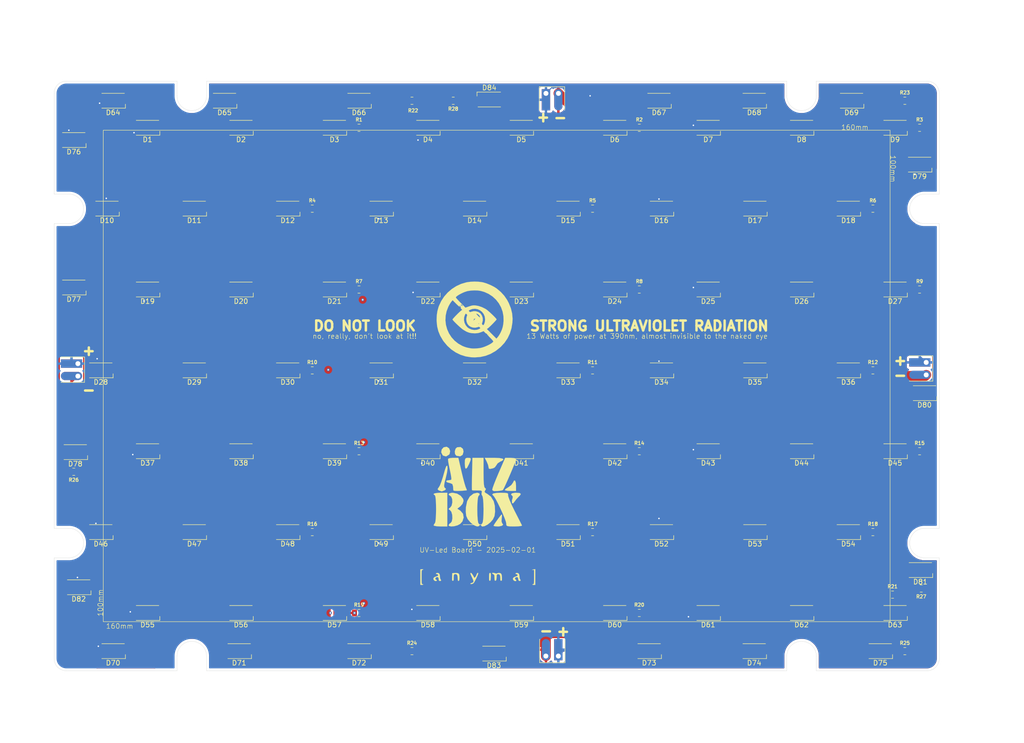
<source format=kicad_pcb>
(kicad_pcb (version 20240108) (generator "pcbnew") (generator_version "8.0")
  (layers (0 "F.Cu" signal) (31 "B.Cu" signal) (34 "B.Paste" user) (35 "F.Paste" user) (36 "B.SilkS" user "B.Silkscreen") (37 "F.SilkS" user "F.Silkscreen") (38 "B.Mask" user) (39 "F.Mask" user) (44 "Edge.Cuts" user))
  (net 0 "")
  (net 1 "+12V")
  (net 2 "Net-(D1-K)")
  (net 3 "Net-(D2-K)")
  (net 4 "Net-(D3-K)")
  (net 5 "Net-(D4-K)")
  (net 6 "Net-(D5-K)")
  (net 7 "Net-(D6-K)")
  (net 8 "Net-(D7-K)")
  (net 9 "Net-(D8-K)")
  (net 10 "Net-(D9-K)")
  (net 11 "Net-(D10-K)")
  (net 12 "Net-(D11-K)")
  (net 13 "Net-(D12-K)")
  (net 14 "Net-(D13-K)")
  (net 15 "Net-(D14-K)")
  (net 16 "Net-(D15-K)")
  (net 17 "Net-(D16-K)")
  (net 18 "Net-(D17-K)")
  (net 19 "Net-(D18-K)")
  (net 20 "Net-(D19-K)")
  (net 21 "Net-(D20-K)")
  (net 22 "Net-(D21-K)")
  (net 23 "Net-(D22-K)")
  (net 24 "Net-(D23-K)")
  (net 25 "Net-(D24-K)")
  (net 26 "Net-(D25-K)")
  (net 27 "Net-(D26-K)")
  (net 28 "Net-(D27-K)")
  (net 29 "Net-(D28-K)")
  (net 30 "Net-(D29-K)")
  (net 31 "Net-(D30-K)")
  (net 32 "Net-(D31-K)")
  (net 33 "Net-(D32-K)")
  (net 34 "Net-(D33-K)")
  (net 35 "Net-(D34-K)")
  (net 36 "Net-(D35-K)")
  (net 37 "Net-(D36-K)")
  (net 38 "Net-(D37-K)")
  (net 39 "Net-(D38-K)")
  (net 40 "Net-(D39-K)")
  (net 41 "Net-(D40-K)")
  (net 42 "Net-(D41-K)")
  (net 43 "Net-(D42-K)")
  (net 44 "Net-(D43-K)")
  (net 45 "Net-(D44-K)")
  (net 46 "Net-(D45-K)")
  (net 47 "Net-(D46-K)")
  (net 48 "Net-(D47-K)")
  (net 49 "Net-(D48-K)")
  (net 50 "Net-(D49-K)")
  (net 51 "Net-(D50-K)")
  (net 52 "Net-(D51-K)")
  (net 53 "Net-(D52-K)")
  (net 54 "Net-(D53-K)")
  (net 55 "Net-(D54-K)")
  (net 56 "Net-(D55-K)")
  (net 57 "Net-(D56-K)")
  (net 58 "Net-(D57-K)")
  (net 59 "Net-(D58-K)")
  (net 60 "Net-(D59-K)")
  (net 61 "Net-(D60-K)")
  (net 62 "Net-(D61-K)")
  (net 63 "Net-(D62-K)")
  (net 64 "Net-(D63-K)")
  (net 65 "Net-(D64-K)")
  (net 66 "Net-(D65-K)")
  (net 67 "Net-(D66-K)")
  (net 68 "Net-(D67-K)")
  (net 69 "Net-(D68-K)")
  (net 70 "Net-(D69-K)")
  (net 71 "Net-(D70-K)")
  (net 72 "Net-(D71-K)")
  (net 73 "Net-(D72-K)")
  (net 74 "GND")
  (net 75 "Net-(D73-K)")
  (net 76 "Net-(D74-K)")
  (net 77 "Net-(D75-K)")
  (net 78 "Net-(D76-K)")
  (net 79 "Net-(D77-K)")
  (net 80 "Net-(D78-K)")
  (net 81 "Net-(D79-K)")
  (net 82 "Net-(D80-K)")
  (net 83 "Net-(D81-K)")
  (net 84 "Net-(D82-K)")
  (net 85 "Net-(D83-K)")
  (net 86 "Net-(D84-K)")
  (footprint "Anyma06:LED_2835_UV-S2-2835UVTA-0.2W" (layer "F.Cu") (at 34 42 180)
    (property "Reference" "D76")
    (property "Value" "LED")
  )
  (footprint "Anyma06:LED_2835_UV-S2-2835UVTA-0.2W" (layer "F.Cu") (at 163 138.226896 180)
    (property "Reference" "D61")
    (property "Value" "LED")
  )
  (footprint "Resistor_SMD:R_0805_2012Metric" (layer "F.Cu") (at 92 105.317931)
    (property "Reference" "R13")
    (property "Value" "R")
  )
  (footprint "Anyma06:LED_2835_UV-S2-2835UVTA-0.2W" (layer "F.Cu") (at 77.5 55.954483 180)
    (property "Reference" "D12")
    (property "Value" "LED")
  )
  (footprint "Anyma06:ComboPinhead_02" (layer "F.Cu") (at 34.8425 87.495)
    (property "Reference" "J2" (hide yes))
    (property "Value" "Conn_01x02")
  )
  (footprint "Anyma06:LED_2835_UV-S2-2835UVTA-0.2W" (layer "F.Cu") (at 151 146 180)
    (property "Reference" "D73")
    (property "Value" "LED")
  )
  (footprint "Resistor_SMD:R_0805_2012Metric" (layer "F.Cu") (at 102.772122 34)
    (property "Reference" "R22")
    (property "Value" "R")
  )
  (footprint "Anyma06:LED_2835_UV-S2-2835UVTA-0.2W" (layer "F.Cu") (at 34 72 180)
    (property "Reference" "D77")
    (property "Value" "LED")
  )
  (footprint "Anyma06:LED_2835_UV-S2-2835UVTA-0.2W" (layer "F.Cu") (at 49 138.226896 180)
    (property "Reference" "D55")
    (property "Value" "LED")
  )
  (footprint "Anyma06:LED_2835_UV-S2-2835UVTA-0.2W" (layer "F.Cu") (at 182 72.408965 180)
    (property "Reference" "D26")
    (property "Value" "LED")
  )
  (footprint "Anyma06:LED_2835_UV-S2-2835UVTA-0.2W" (layer "F.Cu") (at 144 39.5 180)
    (property "Reference" "D6")
    (property "Value" "LED")
  )
  (footprint "Resistor_SMD:R_0805_2012Metric" (layer "F.Cu") (at 34 109.5 180)
    (property "Reference" "R26")
    (property "Value" "R")
  )
  (footprint "Anyma06:LED_2835_UV-S2-2835UVTA-0.2W" (layer "F.Cu") (at 153.5 88.863448 180)
    (property "Reference" "D34")
    (property "Value" "LED")
  )
  (footprint "Anyma06:LED_2835_UV-S2-2835UVTA-0.2W" (layer "F.Cu") (at 182 39.5 180)
    (property "Reference" "D8")
    (property "Value" "LED")
  )
  (footprint "Anyma06:LED_2835_UV-S2-2835UVTA-0.2W" (layer "F.Cu") (at 144 138.226896 180)
    (property "Reference" "D60")
    (property "Value" "LED")
  )
  (footprint "Anyma06:LED_2835_UV-S2-2835UVTA-0.2W" (layer "F.Cu") (at 87 39.5 180)
    (property "Reference" "D3")
    (property "Value" "LED")
  )
  (footprint "anyma_footprints:logo_anyma" (layer "F.Cu") (at 116.25 131)
    (property "Reference" "U3" (hide yes))
    (property "Value" "LOGO" (hide yes))
  )
  (footprint "Anyma06:LED_2835_UV-S2-2835UVTA-0.2W" (layer "F.Cu") (at 198 146 180)
    (property "Reference" "D75")
    (property "Value" "LED")
  )
  (footprint "Anyma06:LED_2835_UV-S2-2835UVTA-0.2W" (layer "F.Cu") (at 68 105.317931 180)
    (property "Reference" "D38")
    (property "Value" "LED")
  )
  (footprint "Anyma06:LED_2835_UV-S2-2835UVTA-0.2W" (layer "F.Cu") (at 92 146 180)
    (property "Reference" "D72")
    (property "Value" "LED")
  )
  (footprint "Resistor_SMD:R_0805_2012Metric" (layer "F.Cu") (at 139.5 55.954483)
    (property "Reference" "R5")
    (property "Value" "R")
  )
  (footprint "Anyma06:LED_2835_UV-S2-2835UVTA-0.2W" (layer "F.Cu") (at 39.5 88.863448 180)
    (property "Reference" "D28")
    (property "Value" "LED")
  )
  (footprint "Anyma06:LED_2835_UV-S2-2835UVTA-0.2W" (layer "F.Cu") (at 49 72.408965 180)
    (property "Reference" "D19")
    (property "Value" "LED")
  )
  (footprint "Anyma06:LED_2835_UV-S2-2835UVTA-0.2W" (layer "F.Cu") (at 118.5 33.75)
    (property "Reference" "D84")
    (property "Value" "LED")
  )
  (footprint "Resistor_SMD:R_0805_2012Metric" (layer "F.Cu") (at 206.3375 133.25 180)
    (property "Reference" "R27")
    (property "Value" "R")
  )
  (footprint "Resistor_SMD:R_0805_2012Metric" (layer "F.Cu") (at 82.5 88.863448)
    (property "Reference" "R10")
    (property "Value" "R")
  )
  (footprint "Anyma06:LED_2835_UV-S2-2835UVTA-0.2W" (layer "F.Cu") (at 125 39.5 180)
    (property "Reference" "D5")
    (property "Value" "LED")
  )
  (footprint "Anyma06:LED_2835_UV-S2-2835UVTA-0.2W" (layer "F.Cu") (at 125 138.226896 180)
    (property "Reference" "D59")
    (property "Value" "LED")
  )
  (footprint "Resistor_SMD:R_0805_2012Metric" (layer "F.Cu") (at 206 39.5)
    (property "Reference" "R3")
    (property "Value" "R")
  )
  (footprint "Anyma06:LED_2835_UV-S2-2835UVTA-0.2W" (layer "F.Cu") (at 153.5 121.772413 180)
    (property "Reference" "D52")
    (property "Value" "LED")
  )
  (footprint "Anyma06:LED_2835_UV-S2-2835UVTA-0.2W" (layer "F.Cu") (at 39.5 121.772413 180)
    (property "Reference" "D46")
    (property "Value" "LED")
  )
  (footprint "Anyma06:LED_2835_UV-S2-2835UVTA-0.2W" (layer "F.Cu") (at 49 105.317931 180)
    (property "Reference" "D37")
    (property "Value" "LED")
  )
  (footprint "Resistor_SMD:R_0805_2012Metric" (layer "F.Cu") (at 102.772122 146)
    (property "Reference" "R24")
    (property "Value" "R")
  )
  (footprint "Resistor_SMD:R_0805_2012Metric" (layer "F.Cu") (at 92 72.408965)
    (property "Reference" "R7")
    (property "Value" "R")
  )
  (footprint "Anyma06:LED_2835_UV-S2-2835UVTA-0.2W" (layer "F.Cu") (at 125 72.408965 180)
    (property "Reference" "D23")
    (property "Value" "LED")
  )
  (footprint "Anyma06:LED_2835_UV-S2-2835UVTA-0.2W" (layer "F.Cu") (at 87 105.317931 180)
    (property "Reference" "D39")
    (property "Value" "LED")
  )
  (footprint "Anyma06:ComboPinhead_02" (layer "F.Cu") (at 207.3425 87.245)
    (property "Reference" "J1" (hide yes))
    (property "Value" "Conn_01x02")
  )
  (footprint "Resistor_SMD:R_0805_2012Metric" (layer "F.Cu") (at 200.5 134.5)
    (property "Reference" "R21")
    (property "Value" "R")
  )
  (footprint "Anyma06:LED_2835_UV-S2-2835UVTA-0.2W" (layer "F.Cu") (at 191.5 121.772413 180)
    (property "Reference" "D54")
    (property "Value" "LED")
  )
  (footprint "Anyma06:LED_2835_UV-S2-2835UVTA-0.2W" (layer "F.Cu") (at 201 39.5 180)
    (property "Reference" "D9")
    (property "Value" "LED")
  )
  (footprint "Resistor_SMD:R_0805_2012Metric" (layer "F.Cu") (at 196.5 55.954483)
    (property "Reference" "R6")
    (property "Value" "R")
  )
  (footprint "Anyma06:LED_2835_UV-S2-2835UVTA-0.2W" (layer "F.Cu") (at 106 105.317931 180)
    (property "Reference" "D40")
    (property "Value" "LED")
  )
  (footprint "Resistor_SMD:R_0805_2012Metric" (layer "F.Cu") (at 92 39.5)
    (property "Reference" "R1")
    (property "Value" "R")
  )
  (footprint "Anyma06:LED_2835_UV-S2-2835UVTA-0.2W" (layer "F.Cu") (at 134.5 121.772413 180)
    (property "Reference" "D51")
    (property "Value" "LED")
  )
  (footprint "Resistor_SMD:R_0805_2012Metric" (layer "F.Cu") (at 139.5 88.863448)
    (property "Reference" "R11")
    (property "Value" "R")
  )
  (footprint "Anyma06:LED_2835_UV-S2-2835UVTA-0.2W" (layer "F.Cu") (at 144 72.408965 180)
    (property "Reference" "D24")
    (property "Value" "LED")
  )
  (footprint "Anyma06:LED_2835_UV-S2-2835UVTA-0.2W" (layer "F.Cu") (at 206.16 129.5 180)
    (property "Reference" "D81")
    (property "Value" "LED")
  )
  (footprint "Anyma06:LED_2835_UV-S2-2835UVTA-0.2W" (layer "F.Cu") (at 106 39.5 180)
    (property "Reference" "D4")
    (property "Value" "LED")
  )
  (footprint "Anyma06:LED_2835_UV-S2-2835UVTA-0.2W" (layer "F.Cu") (at 34.31 105.5 180)
    (property "Reference" "D78")
    (property "Value" "LED")
  )
  (footprint "Anyma06:LED_2835_UV-S2-2835UVTA-0.2W" (layer "F.Cu") (at 172.5 88.863448 180)
    (property "Reference" "D35")
    (property "Value" "LED")
  )
  (footprint "Anyma06:LED_2835_UV-S2-2835UVTA-0.2W" (layer "F.Cu") (at 163 105.317931 180)
    (property "Reference" "D43")
    (property "Value" "LED")
  )
  (footprint "Anyma06:LED_2835_UV-S2-2835UVTA-0.2W" (layer "F.Cu") (at 153.5 55.954483 180)
    (property "Reference" "D16")
    (property "Value" "LED")
  )
  (footprint "Anyma06:LED_2835_UV-S2-2835UVTA-0.2W" (layer "F.Cu") (at 96.5 121.772413 180)
    (property "Reference" "D49")
    (property "Value" "LED")
  )
  (footprint "Anyma06:LED_2835_UV-S2-2835UVTA-0.2W" (layer "F.Cu") (at 115.5 55.954483 180)
    (property "Reference" "D14")
    (property "Value" "LED")
  )
  (footprint "Anyma06:LED_2835_UV-S2-2835UVTA-0.2W" (layer "F.Cu") (at 172.366383 146 180)
    (property "Reference" "D74")
    (property "Value" "LED")
  )
  (footprint "Resistor_SMD:R_0805_2012Metric" (layer "F.Cu") (at 82.5 55.954483)
    (property "Reference" "R4")
    (property "Value" "R")
  )
  (footprint "Resistor_SMD:R_0805_2012Metric" (layer "F.Cu") (at 196.5 121.772413)
    (property "Reference" "R18")
    (property "Value" "R")
  )
  (footprint "Anyma06:LED_2835_UV-S2-2835UVTA-0.2W" (layer "F.Cu") (at 206 47 180)
    (property "Reference" "D79")
    (property "Value" "LED")
  )
  (footprint "Anyma06:LED_2835_UV-S2-2835UVTA-0.2W" (layer "F.Cu") (at 153 34 180)
    (property "Reference" "D67")
    (property "Value" "LED")
  )
  (footprint "Anyma06:LED_2835_UV-S2-2835UVTA-0.2W" (layer "F.Cu") (at 77.5 121.772413 180)
    (property "Reference" "D48")
    (property "Value" "LED")
  )
  (footprint "Anyma06:LED_2835_UV-S2-2835UVTA-0.2W" (layer "F.Cu") (at 40.75 55.954483 180)
    (property "Reference" "D10")
    (property "Value" "LED")
  )
  (footprint "Resistor_SMD:R_0805_2012Metric" (layer "F.Cu") (at 92 138.226896)
    (property "Reference" "R19")
    (property "Value" "R")
  )
  (footprint "Anyma06:LED_2835_UV-S2-2835UVTA-0.2W" (layer "F.Cu") (at 67.633617 146 180)
    (property "Reference" "D71")
    (property "Value" "LED")
  )
  (footprint "Anyma06:LED_2835_UV-S2-2835UVTA-0.2W" (layer "F.Cu") (at 35 133 180)
    (property "Reference" "D82")
    (property "Value" "LED")
  )
  (footprint "Resistor_SMD:R_0805_2012Metric" (layer "F.Cu") (at 149 138.226896)
    (property "Reference" "R20")
    (property "Value" "R")
  )
  (footprint "Anyma06:ComboPinhead_02" (layer "F.Cu") (at 132.54 147 -90)
    (property "Reference" "J4" (hide yes))
    (property "Value" "Conn_01x02")
  )
  (footprint "Resistor_SMD:R_0805_2012Metric" (layer "F.Cu") (at 203 34)
    (property "Reference" "R23")
    (property "Value" "R")
  )
  (footprint "Resistor_SMD:R_0805_2012Metric" (layer "F.Cu") (at 206 105.317931)
    (property "Reference" "R15")
    (property "Value" "R")
  )
  (footprint "Anyma06:LED_2835_UV-S2-2835UVTA-0.2W" (layer "F.Cu") (at 115.5 121.772413 180)
    (property "Reference" "D50")
    (property "Value" "LED")
  )
  (footprint "Anyma06:LED_2835_UV-S2-2835UVTA-0.2W" (layer "F.Cu") (at 96.5 88.863448 180)
    (property "Reference" "D31")
    (property "Value" "LED")
  )
  (footprint "Anyma06:LED_2835_UV-S2-2835UVTA-0.2W" (layer "F.Cu") (at 172.366383 34 180)
    (property "Reference" "D68")
    (property "Value" "LED")
  )
  (footprint "Resistor_SMD:R_0805_2012Metric" (layer "F.Cu") (at 206 72.408965)
    (property "Reference" "R9")
    (property "Value" "R")
  )
  (footprint "Resistor_SMD:R_0805_2012Metric" (layer "F.Cu") (at 149 72.408965)
    (property "Reference" "R8")
    (property "Value" "R")
  )
  (footprint "Resistor_SMD:R_0805_2012Metric" (layer "F.Cu") (at 203 146)
    (property "Reference" "R25")
    (property "Value" "R")
  )
  (footprint "Resistor_SMD:R_0805_2012Metric" (layer "F.Cu") (at 82.5 121.772413)
    (property "Reference" "R16")
    (property "Value" "R")
  )
  (footprint "Anyma06:LED_2835_UV-S2-2835UVTA-0.2W" (layer "F.Cu") (at 172.5 121.772413 180)
    (property "Reference" "D53")
    (property "Value" "LED")
  )
  (footprint "Anyma06:LED_2835_UV-S2-2835UVTA-0.2W" (layer "F.Cu") (at 92 34 180)
    (property "Reference" "D66")
    (property "Value" "LED")
  )
  (footprint "Anyma06:LED_2835_UV-S2-2835UVTA-0.2W" (layer "F.Cu") (at 106 138.226896 180)
    (property "Reference" "D58")
    (property "Value" "LED")
  )
  (footprint "Anyma06:LED_2835_UV-S2-2835UVTA-0.2W" (layer "F.Cu") (at 42 146 180)
    (property "Reference" "D70")
    (property "Value" "LED")
  )
  (footprint "Anyma06:LED_2835_UV-S2-2835UVTA-0.2W" (layer "F.Cu") (at 58.5 88.863448 180)
    (property "Reference" "D29")
    (property "Value" "LED")
  )
  (footprint "Anyma06:LED_2835_UV-S2-2835UVTA-0.2W" (layer "F.Cu") (at 191.5 55.954483 180)
    (property "Reference" "D18")
    (property "Value" "LED")
  )
  (footprint "Anyma06:ComboPinhead_02" (layer "F.Cu") (at 130.02 32.5 90)
    (property "Reference" "J3" (hide yes))
    (property "Value" "Conn_01x02")
  )
  (footprint "Anyma06:LED_2835_UV-S2-2835UVTA-0.2W" (layer "F.Cu") (at 191.5 88.863448 180)
    (property "Reference" "D36")
    (property "Value" "LED")
  )
  (footprint "Anyma06:LED_2835_UV-S2-2835UVTA-0.2W" (layer "F.Cu") (at 49 39.5 180)
    (property "Reference" "D1")
    (property "Value" "LED")
  )
  (footprint "Anyma06:LED_2835_UV-S2-2835UVTA-0.2W" (layer "F.Cu") (at 125 105.317931 180)
    (property "Reference" "D41")
    (property "Value" "LED")
  )
  (footprint "Anyma06:LED_2835_UV-S2-2835UVTA-0.2W" (layer "F.Cu") (at 163 72.408965 180)
    (property "Reference" "D25")
    (property "Value" "LED")
  )
  (footprint "Anyma06:LED_2835_UV-S2-2835UVTA-0.2W" (layer "F.Cu") (at 163 39.5 180)
    (property "Reference" "D7")
    (property "Value" "LED")
  )
  (footprint "anyma_footprints:logo_aetz_box" (layer "F.Cu") (at 116.056213 112.5)
    (property "Reference" "U1" (hide yes))
    (property "Value" "LOGO" (hide yes))
  )
  (footprint "Anyma06:LED_2835_UV-S2-2835UVTA-0.2W" (layer "F.Cu") (at 87 138.226896 180)
    (property "Reference" "D57")
    (property "Value" "LED")
  )
  (footprint "Anyma06:LED_2835_UV-S2-2835UVTA-0.2W" (layer "F.Cu") (at 144 105.317931 180)
    (property "Reference" "D42")
    (property "Value" "LED")
  )
  (footprint "Anyma06:LED_2835_UV-S2-2835UVTA-0.2W" (layer "F.Cu") (at 134.5 88.863448 180)
    (property "Reference" "D33")
    (property "Value" "LED")
  )
  (footprint "Anyma06:LED_2835_UV-S2-2835UVTA-0.2W" (layer "F.Cu") (at 68 72.408965 180)
    (property "Reference" "D20")
    (property "Value" "LED")
  )
  (footprint "anyma_footprints:logo_dontt_look" (layer "F.Cu") (at 115.5 78.5)
    (property "Reference" "U2" (hide yes))
    (property "Value" "LOGO" (hide yes))
  )
  (footprint "Resistor_SMD:R_0805_2012Metric" (layer "F.Cu") (at 149 105.317931)
    (property "Reference" "R14")
    (property "Value" "R")
  )
  (footprint "Anyma06:LED_2835_UV-S2-2835UVTA-0.2W" (layer "F.Cu") (at 192.16 34 180)
    (property "Reference" "D69")
    (property "Value" "LED")
  )
  (footprint "Anyma06:LED_2835_UV-S2-2835UVTA-0.2W" (layer "F.Cu") (at 182 105.317931 180)
    (property "Reference" "D44")
    (property "Value" "LED")
  )
  (footprint "Resistor_SMD:R_0805_2012Metric" (layer "F.Cu") (at 196.5 88.863448)
    (property "Reference" "R12")
    (property "Value" "R")
  )
  (footprint "Anyma06:LED_2835_UV-S2-2835UVTA-0.2W" (layer "F.Cu") (at 77.5 88.863448 180)
    (property "Reference" "D30")
    (property "Value" "LED")
  )
  (footprint "Anyma06:LED_2835_UV-S2-2835UVTA-0.2W" (layer "F.Cu") (at 58.5 55.954483 180)
    (property "Reference" "D11")
    (property "Value" "LED")
  )
  (footprint "Anyma06:LED_2835_UV-S2-2835UVTA-0.2W" (layer "F.Cu") (at 201 105.317931 180)
    (property "Reference" "D45")
    (property "Value" "LED")
  )
  (footprint "Anyma06:LED_2835_UV-S2-2835UVTA-0.2W" (layer "F.Cu") (at 207 93.5 180)
    (property "Reference" "D80")
    (property "Value" "LED")
  )
  (footprint "Anyma06:LED_2835_UV-S2-2835UVTA-0.2W" (layer "F.Cu") (at 115.5 88.863448 180)
    (property "Reference" "D32")
    (property "Value" "LED")
  )
  (footprint "Resistor_SMD:R_0805_2012Metric" (layer "F.Cu") (at 139.5 121.772413)
    (property "Reference" "R17")
    (property "Value" "R")
  )
  (footprint "Anyma06:LED_2835_UV-S2-2835UVTA-0.2W" (layer "F.Cu") (at 96.5 55.954483 180)
    (property "Reference" "D13")
    (property "Value" "LED")
  )
  (footprint "Anyma06:LED_2835_UV-S2-2835UVTA-0.2W" (layer "F.Cu") (at 87 72.408965 180)
    (property "Reference" "D21")
    (property "Value" "LED")
  )
  (footprint "Anyma06:LED_2835_UV-S2-2835UVTA-0.2W" (layer "F.Cu") (at 58.5 121.772413 180)
    (property "Reference" "D47")
    (property "Value" "LED")
  )
  (footprint "Anyma06:LED_2835_UV-S2-2835UVTA-0.2W" (layer "F.Cu") (at 68 138.226896 180)
    (property "Reference" "D56")
    (property "Value" "LED")
  )
  (footprint "Anyma06:LED_2835_UV-S2-2835UVTA-0.2W" (layer "F.Cu") (at 134.5 55.954483 180)
    (property "Reference" "D15")
    (property "Value" "LED")
  )
  (footprint "Anyma06:LED_2835_UV-S2-2835UVTA-0.2W" (layer "F.Cu") (at 182 138.226896 180)
    (property "Reference" "D62")
    (property "Value" "LED")
  )
  (footprint "Resistor_SMD:R_0805_2012Metric" (layer "F.Cu") (at 149 39.5)
    (property "Reference" "R2")
    (property "Value" "R")
  )
  (footprint "Anyma06:LED_2835_UV-S2-2835UVTA-0.2W" (layer "F.Cu") (at 201 138.226896 180)
    (property "Reference" "D63")
    (property "Value" "LED")
  )
  (footprint "Anyma06:LED_2835_UV-S2-2835UVTA-0.2W" (layer "F.Cu") (at 119.44 146.5 180)
    (property "Reference" "D83")
    (property "Value" "LED")
  )
  (footprint "Anyma06:LED_2835_UV-S2-2835UVTA-0.2W" (layer "F.Cu") (at 42 34 180)
    (property "Reference" "D64")
    (property "Value" "LED")
  )
  (footprint "Anyma06:LED_2835_UV-S2-2835UVTA-0.2W" (layer "F.Cu") (at 68 39.5 180)
    (property "Reference" "D2")
    (property "Value" "LED")
  )
  (footprint "Anyma06:LED_2835_UV-S2-2835UVTA-0.2W" (layer "F.Cu") (at 64.66 34 180)
    (property "Reference" "D65")
    (property "Value" "LED")
  )
  (footprint "Resistor_SMD:R_0805_2012Metric" (layer "F.Cu") (at 111.1625 34 180)
    (property "Reference" "R28")
    (property "Value" "R")
  )
  (footprint "Anyma06:LED_2835_UV-S2-2835UVTA-0.2W" (layer "F.Cu") (at 172.5 55.954483 180)
    (property "Reference" "D17")
    (property "Value" "LED")
  )
  (footprint "Anyma06:LED_2835_UV-S2-2835UVTA-0.2W" (layer "F.Cu") (at 201 72.408965 180)
    (property "Reference" "D27")
    (property "Value" "LED")
  )
  (footprint "Anyma06:LED_2835_UV-S2-2835UVTA-0.2W" (layer "F.Cu") (at 106 72.408965 180)
    (property "Reference" "D22")
    (property "Value" "LED")
  )
  (gr_rect (start 40 40) (end 200 140) (stroke (width 0.1)) (fill none) (layer "F.SilkS"))
  (gr_arc (start 32.5 150) (mid 30.732233 149.267767) (end 30 147.5) (stroke (width 0.05)) (layer "Edge.Cuts"))
  (gr_arc (start 207 127) (mid 204 124) (end 207 121) (stroke (width 0.05)) (layer "Edge.Cuts"))
  (gr_line (start 55 147) (end 55 150) (stroke (width 0.05)) (layer "Edge.Cuts"))
  (gr_line (start 210 32.5) (end 210 53) (stroke (width 0.05)) (layer "Edge.Cuts"))
  (gr_line (start 185 147) (end 185 150) (stroke (width 0.05)) (layer "Edge.Cuts"))
  (gr_arc (start 30 32.5) (mid 30.732233 30.732233) (end 32.5 30) (stroke (width 0.05)) (layer "Edge.Cuts"))
  (gr_arc (start 33 121) (mid 36 124) (end 33 127) (stroke (width 0.05)) (layer "Edge.Cuts"))
  (gr_line (start 207.5 150) (end 185 150) (stroke (width 0.05)) (layer "Edge.Cuts"))
  (gr_arc (start 207.5 30) (mid 209.267767 30.732233) (end 210 32.5) (stroke (width 0.05)) (layer "Edge.Cuts"))
  (gr_line (start 30 59) (end 33 59) (stroke (width 0.05)) (layer "Edge.Cuts"))
  (gr_line (start 179 150) (end 61 150) (stroke (width 0.05)) (layer "Edge.Cuts"))
  (gr_arc (start 210 147.5) (mid 209.267767 149.267767) (end 207.5 150) (stroke (width 0.05)) (layer "Edge.Cuts"))
  (gr_arc (start 207 59) (mid 204 56) (end 207 53) (stroke (width 0.05)) (layer "Edge.Cuts"))
  (gr_line (start 210 53) (end 207 53) (stroke (width 0.05)) (layer "Edge.Cuts"))
  (gr_line (start 185 30) (end 207.5 30) (stroke (width 0.05)) (layer "Edge.Cuts"))
  (gr_line (start 185 33) (end 185 30) (stroke (width 0.05)) (layer "Edge.Cuts"))
  (gr_line (start 61 150) (end 61 147) (stroke (width 0.05)) (layer "Edge.Cuts"))
  (gr_line (start 179 30) (end 179 33) (stroke (width 0.05)) (layer "Edge.Cuts"))
  (gr_line (start 30 127) (end 33 127) (stroke (width 0.05)) (layer "Edge.Cuts"))
  (gr_line (start 207 127) (end 210 127) (stroke (width 0.05)) (layer "Edge.Cuts"))
  (gr_line (start 30 147.5) (end 30 127) (stroke (width 0.05)) (layer "Edge.Cuts"))
  (gr_arc (start 179 147) (mid 182 144) (end 185 147) (stroke (width 0.05)) (layer "Edge.Cuts"))
  (gr_arc (start 33 53) (mid 36 56) (end 33 59) (stroke (width 0.05)) (layer "Edge.Cuts"))
  (gr_line (start 210 121) (end 207 121) (stroke (width 0.05)) (layer "Edge.Cuts"))
  (gr_line (start 207 59) (end 210 59) (stroke (width 0.05)) (layer "Edge.Cuts"))
  (gr_line (start 210 59) (end 210 121) (stroke (width 0.05)) (layer "Edge.Cuts"))
  (gr_line (start 210 127) (end 210 147.5) (stroke (width 0.05)) (layer "Edge.Cuts"))
  (gr_line (start 32.5 30) (end 55 30) (stroke (width 0.05)) (layer "Edge.Cuts"))
  (gr_arc (start 61 33) (mid 58 36) (end 55 33) (stroke (width 0.05)) (layer "Edge.Cuts"))
  (gr_line (start 55 150) (end 32.5 150) (stroke (width 0.05)) (layer "Edge.Cuts"))
  (gr_line (start 61 30) (end 61 33) (stroke (width 0.05)) (layer "Edge.Cuts"))
  (gr_arc (start 185 33) (mid 182 36) (end 179 33) (stroke (width 0.05)) (layer "Edge.Cuts"))
  (gr_line (start 33 121) (end 30 121) (stroke (width 0.05)) (layer "Edge.Cuts"))
  (gr_line (start 61 30) (end 179 30) (stroke (width 0.05)) (layer "Edge.Cuts"))
  (gr_line (start 33 53) (end 30 53) (stroke (width 0.05)) (layer "Edge.Cuts"))
  (gr_line (start 30 121) (end 30 59) (stroke (width 0.05)) (layer "Edge.Cuts"))
  (gr_line (start 55 33) (end 55 30) (stroke (width 0.05)) (layer "Edge.Cuts"))
  (gr_arc (start 55 147) (mid 58 144) (end 61 147) (stroke (width 0.05)) (layer "Edge.Cuts"))
  (gr_line (start 30 53) (end 30 32.5) (stroke (width 0.05)) (layer "Edge.Cuts"))
  (gr_line (start 179 150) (end 179 147) (stroke (width 0.05)) (layer "Edge.Cuts"))
  (gr_text "100mm" (at 40 139 90) (layer "F.SilkS") (effects (font (size 1 1) (thickness 0.1)) (justify left bottom)))
  (gr_text "-" (at 134.5 36.5 180) (layer "F.SilkS") (effects (font (size 2 2) (thickness 0.5) (bold yes)) (justify left bottom)))
  (gr_text "DO NOT LOOK" (at 82.5 81 0) (layer "F.SilkS") (effects (font (size 2 2) (thickness 0.5) (bold yes)) (justify left bottom)))
  (gr_text "160mm" (at 190 40 0) (layer "F.SilkS") (effects (font (size 1 1) (thickness 0.1)) (justify left bottom)))
  (gr_text "+" (at 35.5 86 0) (layer "F.SilkS") (effects (font (size 2 2) (thickness 0.5) (bold yes)) (justify left bottom)))
  (gr_text "+" (at 130.5 39 90) (layer "F.SilkS") (effects (font (size 2 2) (thickness 0.5) (bold yes)) (justify left bottom)))
  (gr_text "+" (at 132.5 140.5 -90) (layer "F.SilkS") (effects (font (size 2 2) (thickness 0.5) (bold yes)) (justify left bottom)))
  (gr_text "-" (at 200.5 91 0) (layer "F.SilkS") (effects (font (size 2 2) (thickness 0.5) (bold yes)) (justify left bottom)))
  (gr_text "-" (at 128.5 143 0) (layer "F.SilkS") (effects (font (size 2 2) (thickness 0.5) (bold yes)) (justify left bottom)))
  (gr_text "STRONG ULTRAVIOLET RADIATION" (at 126.5 81 0) (layer "F.SilkS") (effects (font (size 2 2) (thickness 0.5) (bold yes)) (justify left bottom)))
  (gr_text "+" (at 200.5 88 0) (layer "F.SilkS") (effects (font (size 2 2) (thickness 0.5) (bold yes)) (justify left bottom)))
  (gr_text "no, really, don't look at it!!" (at 82.5 82.5 0) (layer "F.SilkS") (effects (font (size 1 1) (thickness 0.1)) (justify left bottom)))
  (gr_text "-" (at 35.5 94 0) (layer "F.SilkS") (effects (font (size 2 2) (thickness 0.5) (bold yes)) (justify left bottom)))
  (gr_text "UV-Led Board - 2025-02-01" (at 104.25 126 0) (layer "F.SilkS") (effects (font (size 1 1) (thickness 0.1)) (justify left bottom)))
  (gr_text "160mm" (at 40.5 141.5 0) (layer "F.SilkS") (effects (font (size 1 1) (thickness 0.1)) (justify left bottom)))
  (gr_text "100mm" (at 200 45 -90) (layer "F.SilkS") (effects (font (size 1 1) (thickness 0.1)) (justify left bottom)))
  (gr_text "13 Watts of power at 390nm, almost invisible to the naked eye" (at 126 82.5 0) (layer "F.SilkS") (effects (font (size 1 1) (thickness 0.1)) (justify left bottom)))
  (segment (start 152.19 34) (end 140 34) (width 0.2) (layer "F.Cu") (net 1))
  (segment (start 38.69 87.31) (end 38.69 88.863448) (width 0.2) (layer "F.Cu") (net 1))
  (segment (start 153 54) (end 153 55.644483) (width 0.2) (layer "F.Cu") (net 1))
  (segment (start 95.69 123.69) (end 95.69 121.772413) (width 0.2) (layer "F.Cu") (net 1))
  (segment (start 95.69 57.69) (end 96 58) (width 0.2) (layer "F.Cu") (net 1))
  (segment (start 38.5 120) (end 38.5 121.582413) (width 0.2) (layer "F.Cu") (net 1))
  (segment (start 40 146) (end 39 145) (width 0.2) (layer "F.Cu") (net 1))
  (segment (start 48.19 138.226896) (end 45.726896 138.226896) (width 0.2) (layer "F.Cu") (net 1))
  (segment (start 162.19 105.317931) (end 160.317931 105.317931) (width 0.2) (layer "F.Cu") (net 1))
  (segment (start 33.19 40.19) (end 33 40) (width 0.2) (layer "F.Cu") (net 1))
  (segment (start 105.19 138.226896) (end 103.476896 138.226896) (width 0.2) (layer "F.Cu") (net 1))
  (segment (start 34.19 133) (end 34.19 131.56) (width 0.2) (layer "F.Cu") (net 1))
  (segment (start 105.19 40.81) (end 104 42) (width 0.2) (layer "F.Cu") (net 1))
  (segment (start 152.69 119.31) (end 152.69 121.772413) (width 0.2) (layer "F.Cu") (net 1))
  (segment (start 39.25 34.5) (end 40.69 34.5) (width 0.2) (layer "F.Cu") (net 1))
  (segment (start 153 87) (end 153 88.553448) (width 0.2) (layer "F.Cu") (net 1))
  (segment (start 205.19 48.81) (end 205 49) (width 0.2) (layer "F.Cu") (net 1))
  (segment (start 105.19 39.5) (end 105.19 40.81) (width 0.2) (layer "F.Cu") (net 1))
  (segment (start 150.19 146) (end 133.54 146) (width 0.2) (layer "F.Cu") (net 1))
  (segment (start 105.19 105.317931) (end 105.19 107.31) (width 0.2) (layer "F.Cu") (net 1))
  (segment (start 38.5 121.582413) (end 38.69 121.772413) (width 0.2) (layer "F.Cu") (net 1))
  (segment (start 153 88.553448) (end 152.69 88.863448) (width 0.2) (layer "F.Cu") (net 1))
  (segment (start 40.69 34.5) (end 41.19 34) (width 0.2) (layer "F.Cu") (net 1))
  (segment (start 103.591035 72.408965) (end 103 73) (width 0.2) (layer "F.Cu") (net 1))
  (segment (start 153 55.644483) (end 152.69 55.954483) (width 0.2) (layer "F.Cu") (net 1))
  (segment (start 39.94 55.954483) (end 39.94 54.533982) (width 0.2) (layer "F.Cu") (net 1))
  (segment (start 162.19 72.408965) (end 160.408965 72.408965) (width 0.2) (layer "F.Cu") (net 1))
  (segment (start 105.19 107.31) (end 104.75 107.75) (width 0.2) (layer "F.Cu") (net 1))
  (segment (start 133.54 146) (end 132.54 147) (width 0.2) (layer "F.Cu") (net 1))
  (segment (start 48.19 72.408965) (end 48.19 74.69) (width 0.2) (layer "F.Cu") (net 1))
  (segment (start 205.19 47) (end 205.19 48.81) (width 0.2) (layer "F.Cu") (net 1))
  (segment (start 47.25 39.5) (end 46.25 40.5) (width 0.2) (layer "F.Cu") (net 1))
  (segment (start 38.75 87.25) (end 38.69 87.31) (width 0.2) (layer "F.Cu") (net 1))
  (segment (start 33.19 42) (end 33.19 40.19) (width 0.2) (layer "F.Cu") (net 1))
  (segment (start 34.19 131.56) (end 34.75 131) (width 0.2) (layer "F.Cu") (net 1))
  (segment (start 41.19 146) (end 40 146) (width 0.2) (layer "F.Cu") (net 1))
  (segment (start 140 34) (end 139 33) (width 0.2) (layer "F.Cu") (net 1))
  (segment (start 162.19 39.5) (end 160.5 39.5) (width 0.2) (layer "F.Cu") (net 1))
  (segment (start 96 124) (end 95.69 123.69) (width 0.2) (layer "F.Cu") (net 1))
  (segment (start 46.682069 105.317931) (end 46 106) (width 0.2) (layer "F.Cu") (net 1))
  (segment (start 153 119) (end 152.69 119.31) (width 0.2) (layer "F.Cu") (net 1))
  (segment (start 48.19 74.69) (end 48.25 74.75) (width 0.2) (layer "F.Cu") (net 1))
  (segment (start 160.317931 105.317931) (end 160 105) (width 0.2) (layer "F.Cu") (net 1))
  (segment (start 95.69 55.954483) (end 95.69 57.69) (width 0.2) (layer "F.Cu") (net 1))
  (segment (start 45.726896 138.226896) (end 45.5 138) (width 0.2) (layer "F.Cu") (net 1))
  (segment (start 159.773104 138.226896) (end 159 139) (width 0.2) (layer "F.Cu") (net 1))
  (segment (start 95.69 90.69) (end 96 91) (width 0.2) (layer "F.Cu") (net 1))
  (segment (start 162.19 138.226896) (end 159.773104 138.226896) (width 0.2) (layer "F.Cu") (net 1))
  (segment (start 48.19 39.5) (end 47.25 39.5) (width 0.2) (layer "F.Cu") (net 1))
  (segment (start 39.94 54.533982) (end 40.611992 53.86199) (width 0.2) (layer "F.Cu") (net 1))
  (segment (start 38.75 86.5) (end 38.75 87.25) (width 0.2) (layer "F.Cu") (net 1))
  (segment (start 160.5 39.5) (end 160 39) (width 0.2) (layer "F.Cu") (net 1))
  (segment (start 160.408965 72.408965) (end 160 72) (width 0.2) (layer "F.Cu") (net 1))
  (segment (start 95.69 88.863448) (end 95.69 90.69) (width 0.2) (layer "F.Cu") (net 1))
  (segment (start 48.19 105.317931) (end 46.682069 105.317931) (width 0.2) (layer "F.Cu") (net 1))
  (segment (start 105.19 72.408965) (end 103.591035 72.408965) (width 0.2) (layer "F.Cu") (net 1))
  (segment (start 103.476896 138.226896) (end 102.75 137.5) (width 0.2) (layer "F.Cu") (net 1))
  (via (at 96 91) (size 0.6) (drill 0.3) (layers "F.Cu" "B.Cu") (net 1))
  (via (at 40.611992 53.86199) (size 0.6) (drill 0.3) (layers "F.Cu" "B.Cu") (net 1))
  (via (at 38.75 86.5) (size 0.6) (drill 0.3) (layers "F.Cu" "B.Cu") (net 1))
  (via (at 102.75 137.5) (size 0.6) (drill 0.3) (layers "F.Cu" "B.Cu") (net 1))
  (via (at 33 40) (size 0.6) (drill 0.3) (layers "F.Cu" "B.Cu") (net 1))
  (via (at 103 73) (size 0.6) (drill 0.3) (layers "F.Cu" "B.Cu") (net 1))
  (via (at 104.75 107.75) (size 0.6) (drill 0.3) (layers "F.Cu" "B.Cu") (net 1))
  (via (at 96 124) (size 0.6) (drill 0.3) (layers "F.Cu" "B.Cu") (net 1))
  (via (at 205 49) (size 0.6) (drill 0.3) (layers "F.Cu" "B.Cu") (net 1))
  (via (at 45.5 138) (size 0.6) (drill 0.3) (layers "F.Cu" "B.Cu") (net 1))
  (via (at 46 106) (size 0.6) (drill 0.3) (layers "F.Cu" "B.Cu") (net 1))
  (via (at 39.25 34.5) (size 0.6) (drill 0.3) (layers "F.Cu" "B.Cu") (net 1))
  (via (at 39 145) (size 0.6) (drill 0.3) (layers "F.Cu" "B.Cu") (net 1))
  (via (at 160 39) (size 0.6) (drill 0.3) (layers "F.Cu" "B.Cu") (net 1))
  (via (at 160 105) (size 0.6) (drill 0.3) (layers "F.Cu" "B.Cu") (net 1))
  (via (at 38.5 120) (size 0.6) (drill 0.3) (layers "F.Cu" "B.Cu") (net 1))
  (via (at 96 58) (size 0.6) (drill 0.3) (layers "F.Cu" "B.Cu") (net 1))
  (via (at 153 87) (size 0.6) (drill 0.3) (layers "F.Cu" "B.Cu") (net 1))
  (via (at 34.75 131) (size 0.6) (drill 0.3) (layers "F.Cu" "B.Cu") (net 1))
  (via (at 153 119) (size 0.6) (drill 0.3) (layers "F.Cu" "B.Cu") (net 1))
  (via (at 159 139) (size 0.6) (drill 0.3) (layers "F.Cu" "B.Cu") (net 1))
  (via (at 46.25 40.5) (size 0.6) (drill 0.3) (layers "F.Cu" "B.Cu") (net 1))
  (via (at 160 72) (size 0.6) (drill 0.3) (layers "F.Cu" "B.Cu") (net 1))
  (via (at 139 33) (size 0.6) (drill 0.3) (layers "F.Cu" "B.Cu") (net 1))
  (via (at 104 42) (size 0.6) (drill 0.3) (layers "F.Cu" "B.Cu") (net 1))
  (via (at 48.25 74.75) (size 0.6) (drill 0.3) (layers "F.Cu" "B.Cu") (net 1))
  (via (at 153 54) (size 0.6) (drill 0.3) (layers "F.Cu" "B.Cu") (net 1))
  (segment (start 39.25 34.5) (end 39.25 37.618628) (width 0.2) (layer "B.Cu") (net 1))
  (segment (start 38.75 51.999998) (end 40.611992 53.86199) (width 0.2) (layer "B.Cu") (net 1))
  (segment (start 160 72) (end 160 80) (width 0.2) (layer "B.Cu") (net 1))
  (segment (start 39.25 37.618628) (end 36.868628 40) (width 0.2) (layer "B.Cu") (net 1))
  (segment (start 103 73) (end 96 80) (width 0.2) (layer "B.Cu") (net 1))
  (segment (start 45.5 138.5) (end 45.5 138) (width 0.2) (layer "B.Cu") (net 1))
  (segment (start 205 49) (end 202.5 51.5) (width 0.2) (layer "B.Cu") (net 1))
  (segment (start 139 33) (end 137.35 31.35) (width 0.2) (layer "B.Cu") (net 1))
  (segment (start 38.5 128.5) (end 38.5 120) (width 0.2) (layer "B.Cu") (net 1))
  (segment (start 96 58) (end 96 66) (width 0.2) (layer "B.Cu") (net 1))
  (segment (start 102.75 130.75) (end 96 124) (width 0.2) (layer "B.Cu") (net 1))
  (segment (start 38.75 48) (end 38.75 51.999998) (width 0.2) (layer "B.Cu") (net 1))
  (segment (start 104 42) (end 102 44) (width 0.2) (layer "B.Cu") (net 1))
  (segment (start 160 80) (end 153 87) (width 0.2) (layer "B.Cu") (net 1))
  (segment (start 160 39) (end 160 47) (width 0.2) (layer "B.Cu") (net 1))
  (segment (start 131.17 31.35) (end 130.02 32.5) (width 0.2) (layer "B.Cu") (net 1))
  (segment (start 152 146) (end 133.54 146) (width 0.2) (layer "B.Cu") (net 1))
  (segment (start 160 112) (end 153 119) (width 0.2) (layer "B.Cu") (net 1))
  (segment (start 34.75 131) (end 36 131) (width 0.2) (layer "B.Cu") (net 1))
  (segment (start 159 139) (end 152 146) (width 0.2) (layer "B.Cu") (net 1))
  (segment (start 36 131) (end 38.5 128.5) (width 0.2) (layer "B.Cu") (net 1))
  (segment (start 45.5 127) (end 38.5 120) (width 0.2) (layer "B.Cu") (net 1))
  (segment (start 104.75 107.75) (end 104.75 115.25) (width 0.2) (layer "B.Cu") (net 1))
  (segment (start 202.5 51.5) (end 202.5 58) (width 0.2) (layer "B.Cu") (net 1))
  (segment (start 160 105) (end 160 112) (width 0.2) (layer "B.Cu") (net 1))
  (segment (start 137.35 31.35) (end 131.17 31.35) (width 0.2) (layer "B.Cu") (net 1))
  (segment (start 104.75 115.25) (end 96 124) (width 0.2) (layer "B.Cu") (net 1))
  (segment (start 96 80) (end 96 91) (width 0.2) (layer "B.Cu") (net 1))
  (segment (start 39 145) (end 45.5 138.5) (width 0.2) (layer "B.Cu") (net 1))
  (segment (start 38.75 84.25) (end 38.75 86.5) (width 0.2) (layer "B.Cu") (net 1))
  (segment (start 206 61.5) (end 206 85.9025) (width 0.2) (layer "B.Cu") (net 1))
  (segment (start 46.25 40.5) (end 38.75 48) (width 0.2) (layer "B.Cu") (net 1))
  (segment (start 160 47) (end 153 54) (width 0.2) (layer "B.Cu") (net 1))
  (segment (start 102 44) (end 102 52) (width 0.2) (layer "B.Cu") (net 1))
  (segment (start 48.25 74.75) (end 38.75 84.25) (width 0.2) (layer "B.Cu") (net 1))
  (segment (start 46 106) (end 46 112.5) (width 0.2) (layer "B.Cu") (net 1))
  (segment (start 96 91) (end 104.75 99.75) (width 0.2) (layer "B.Cu") (net 1))
  (segment (start 46 112.5) (end 38.5 120) (width 0.2) (layer "B.Cu") (net 1))
  (segment (start 45.5 138) (end 45.5 127) (width 0.2) (layer "B.Cu") (net 1))
  (segment (start 36.868628 40) (end 33 40) (width 0.2) (layer "B.Cu") (net 1))
  (segment (start 102 52) (end 96 58) (width 0.2) (layer "B.Cu") (net 1))
  (segment (start 133.54 146) (end 132.54 147) (width 0.2) (layer "B.Cu") (net 1))
  (segment (start 96 66) (end 103 73) (width 0.2) (layer "B.Cu") (net 1))
  (segment (start 206 85.9025) (end 207.3425 87.245) (width 0.2) (layer "B.Cu") (net 1))
  (segment (start 104.75 99.75) (end 104.75 107.75) (width 0.2) (layer "B.Cu") (net 1))
  (segment (start 202.5 58) (end 206 61.5) (width 0.2) (layer "B.Cu") (net 1))
  (segment (start 102.75 137.5) (end 102.75 130.75) (width 0.2) (layer "B.Cu") (net 1))
  (segment (start 51.04 40.2) (end 66.49 40.2) (width 0.5) (layer "F.Cu") (net 2))
  (segment (start 66.49 40.2) (end 67.19 39.5) (width 0.5) (layer "F.Cu") (net 2))
  (segment (start 50.34 39.5) (end 51.04 40.2) (width 0.5) (layer "F.Cu") (net 2))
  (segment (start 69.34 39.5) (end 86.19 39.5) (width 0.5) (layer "F.Cu") (net 3))
  (segment (start 88.34 39.5) (end 91.0875 39.5) (width 0.5) (layer "F.Cu") (net 4))
  (segment (start 107.34 39.5) (end 124.19 39.5) (width 0.5) (layer "F.Cu") (net 5))
  (segment (start 126.34 39.5) (end 143.19 39.5) (width 0.5) (layer "F.Cu") (net 6))
  (segment (start 145.34 39.5) (end 148.0875 39.5) (width 0.5) (layer "F.Cu") (net 7))
  (segment (start 164.34 39.5) (end 181.19 39.5) (width 0.5) (layer "F.Cu") (net 8))
  (segment (start 183.34 39.5) (end 200.19 39.5) (width 0.5) (layer "F.Cu") (net 9))
  (segment (start 202.34 39.5) (end 205.0875 39.5) (width 0.5) (layer "F.Cu") (net 10))
  (segment (start 42.09 55.954483) (end 57.69 55.954483) (width 0.5) (layer "F.Cu") (net 11))
  (segment (start 59.84 55.954483) (end 76.69 55.954483) (width 0.5) (layer "F.Cu") (net 12))
  (segment (start 78.84 55.954483) (end 81.5875 55.954483) (width 0.5) (layer "F.Cu") (net 13))
  (segment (start 97.84 55.954483) (end 114.69 55.954483) (width 0.5) (layer "F.Cu") (net 14))
  (segment (start 116.84 55.954483) (end 133.69 55.954483) (width 0.5) (layer "F.Cu") (net 15))
  (segment (start 135.84 55.954483) (end 138.5875 55.954483) (width 0.2) (layer "F.Cu") (net 16))
  (segment (start 154.84 55.954483) (end 171.69 55.954483) (width 0.5) (layer "F.Cu") (net 17))
  (segment (start 173.84 55.954483) (end 190.69 55.954483) (width 0.5) (layer "F.Cu") (net 18))
  (segment (start 192.84 55.954483) (end 195.5875 55.954483) (width 0.5) (layer "F.Cu") (net 19))
  (segment (start 50.34 72.408965) (end 67.19 72.408965) (width 0.5) (layer "F.Cu") (net 20))
  (segment (start 69.34 72.408965) (end 86.19 72.408965) (width 0.5) (layer "F.Cu") (net 21))
  (segment (start 88.34 72.408965) (end 91.0875 72.408965) (width 0.5) (layer "F.Cu") (net 22))
  (segment (start 107.34 72.408965) (end 124.19 72.408965) (width 0.5) (layer "F.Cu") (net 23))
  (segment (start 126.34 72.408965) (end 143.19 72.408965) (width 0.5) (layer "F.Cu") (net 24))
  (segment (start 145.34 72.408965) (end 148.0875 72.408965) (width 0.2) (layer "F.Cu") (net 25))
  (segment (start 164.34 72.408965) (end 181.19 72.408965) (width 0.5) (layer "F.Cu") (net 26))
  (segment (start 183.34 72.408965) (end 200.19 72.408965) (width 0.5) (layer "F.Cu") (net 27))
  (segment (start 202.34 72.408965) (end 205.0875 72.408965) (width 0.5) (layer "F.Cu") (net 28))
  (segment (start 40.84 88.863448) (end 57.69 88.863448) (width 0.5) (layer "F.Cu") (net 29))
  (segment (start 59.84 88.863448) (end 76.69 88.863448) (width 0.5) (layer "F.Cu") (net 30))
  (segment (start 78.84 88.863448) (end 81.5875 88.863448) (width 0.5) (layer "F.Cu") (net 31))
  (segment (start 97.84 88.863448) (end 114.69 88.863448) (width 0.5) (layer "F.Cu") (net 32))
  (segment (start 116.84 88.863448) (end 133.69 88.863448) (width 0.5) (layer "F.Cu") (net 33))
  (segment (start 135.84 88.863448) (end 138.5875 88.863448) (width 0.5) (layer "F.Cu") (net 34))
  (segment (start 154.84 88.863448) (end 171.69 88.863448) (width 0.5) (layer "F.Cu") (net 35))
  (segment (start 173.84 88.863448) (end 190.69 88.863448) (width 0.5) (layer "F.Cu") (net 36))
  (segment (start 192.84 88.863448) (end 195.5875 88.863448) (width 0.5) (layer "F.Cu") (net 37))
  (segment (start 50.34 105.317931) (end 67.19 105.317931) (width 0.5) (layer "F.Cu") (net 38))
  (segment (start 69.34 105.317931) (end 86.19 105.317931) (width 0.5) (layer "F.Cu") (net 39))
  (segment (start 88.34 105.317931) (end 91.0875 105.317931) (width 0.5) (layer "F.Cu") (net 40))
  (segment (start 107.34 105.317931) (end 124.19 105.317931) (width 0.5) (layer "F.Cu") (net 41))
  (segment (start 126.34 105.317931) (end 143.19 105.317931) (width 0.5) (layer "F.Cu") (net 42))
  (segment (start 145.34 105.317931) (end 148.0875 105.317931) (width 0.5) (layer "F.Cu") (net 43))
  (segment (start 164.34 105.317931) (end 181.19 105.317931) (width 0.5) (layer "F.Cu") (net 44))
  (segment (start 183.34 105.317931) (end 200.19 105.317931) (width 0.5) (layer "F.Cu") (net 45))
  (segment (start 202.34 105.317931) (end 205.0875 105.317931) (width 0.5) (layer "F.Cu") (net 46))
  (segment (start 40.84 121.772413) (end 57.69 121.772413) (width 0.5) (layer "F.Cu") (net 47))
  (segment (start 59.84 121.772413) (end 76.69 121.772413) (width 0.5) (layer "F.Cu") (net 48))
  (segment (start 78.84 121.772413) (end 81.5875 121.772413) (width 0.5) (layer "F.Cu") (net 49))
  (segment (start 97.84 121.772413) (end 114.69 121.772413) (width 0.5) (layer "F.Cu") (net 50))
  (segment (start 116.84 121.772413) (end 133.69 121.772413) (width 0.5) (layer "F.Cu") (net 51))
  (segment (start 135.84 121.772413) (end 138.5875 121.772413) (width 0.5) (layer "F.Cu") (net 52))
  (segment (start 154.84 121.772413) (end 171.69 121.772413) (width 0.5) (layer "F.Cu") (net 53))
  (segment (start 173.84 121.772413) (end 190.69 121.772413) (width 0.5) (layer "F.Cu") (net 54))
  (segment (start 192.84 121.772413) (end 195.5875 121.772413) (width 0.5) (layer "F.Cu") (net 55))
  (segment (start 50.34 138.226896) (end 67.19 138.226896) (width 0.5) (layer "F.Cu") (net 56))
  (segment (start 69.34 138.226896) (end 86.19 138.226896) (width 0.5) (layer "F.Cu") (net 57))
  (via (at 86.19 138.226896) (size 0.6) (drill 0.3) (layers "F.Cu" "B.Cu") (net 57))
  (segment (start 88.34 138.226896) (end 91.0875 138.226896) (width 0.5) (layer "F.Cu") (net 58))
  (via (at 91.0875 138.226896) (size 0.6) (drill 0.3) (layers "F.Cu" "B.Cu") (net 58))
  (segment (start 107.34 138.226896) (end 124.19 138.226896) (width 0.5) (layer "F.Cu") (net 59))
  (segment (start 126.34 138.226896) (end 143.19 138.226896) (width 0.5) (layer "F.Cu") (net 60))
  (segment (start 145.34 138.226896) (end 148.0875 138.226896) (width 0.5) (layer "F.Cu") (net 61))
  (segment (start 164.34 138.226896) (end 181.19 138.226896) (width 0.5) (layer "F.Cu") (net 62))
  (segment (start 183.34 138.226896) (end 200.19 138.226896) (width 0.5) (layer "F.Cu") (net 63))
  (segment (start 202.34 138.226896) (end 202.34 137.176897) (width 0.5) (layer "F.Cu") (net 64))
  (segment (start 200.6375 136.25) (end 199.5875 135.2) (width 0.5) (layer "F.Cu") (net 64))
  (segment (start 199.5875 135.2) (end 199.5875 134.5) (width 0.5) (layer "F.Cu") (net 64))
  (segment (start 202.34 137.176897) (end 201.413103 136.25) (width 0.5) (layer "F.Cu") (net 64))
  (segment (start 201.413103 136.25) (end 200.6375 136.25) (width 0.5) (layer "F.Cu") (net 64))
  (segment (start 55.958822 37.458822) (end 60.391178 37.458822) (width 0.5) (layer "F.Cu") (net 65))
  (segment (start 52.5 34) (end 55.958822 37.458822) (width 0.5) (layer "F.Cu") (net 65))
  (segment (start 60.391178 37.458822) (end 63.85 34) (width 0.5) (layer "F.Cu") (net 65))
  (segment (start 43.34 34) (end 52.5 34) (width 0.5) (layer "F.Cu") (net 65))
  (segment (start 66 34) (end 67 34) (width 0.2) (layer "F.Cu") (net 66))
  (segment (start 67 34) (end 91.19 34) (width 0.5) (layer "F.Cu") (net 66))
  (segment (start 93.34 34) (end 101.859622 34) (width 0.5) (layer "F.Cu") (net 67))
  (segment (start 154.34 34) (end 171.556383 34) (width 0.5) (layer "F.Cu") (net 68))
  (segment (start 176.465205 36.758822) (end 188.591178 36.758822) (width 0.5) (layer "F.Cu") (net 69))
  (segment (start 173.706383 34) (end 176.465205 36.758822) (width 0.5) (layer "F.Cu") (net 69))
  (segment (start 188.591178 36.758822) (end 191.35 34) (width 0.5) (layer "F.Cu") (net 69))
  (segment (start 193.5 34) (end 202.0875 34) (width 0.5) (layer "F.Cu") (net 70))
  (segment (start 62.664795 141.841178) (end 66.823617 146) (width 0.5) (layer "F.Cu") (net 71))
  (segment (start 43.34 146) (end 48.75 146) (width 0.5) (layer "F.Cu") (net 71))
  (segment (start 48.75 146) (end 52.908822 141.841178) (width 0.5) (layer "F.Cu") (net 71))
  (segment (start 52.908822 141.841178) (end 62.664795 141.841178) (width 0.5) (layer "F.Cu") (net 71))
  (segment (start 68.973617 146) (end 91.19 146) (width 0.5) (layer "F.Cu") (net 72))
  (segment (start 93.34 146) (end 101.859622 146) (width 0.5) (layer "F.Cu") (net 73))
  (segment (start 130.49 142.35) (end 130 142.84) (width 2) (layer "F.Cu") (net 74))
  (segment (start 147.857538 36.5) (end 136.56 36.5) (width 2) (layer "F.Cu") (net 74))
  (segment (start 130 142.84) (end 130 147) (width 2) (layer "F.Cu") (net 74))
  (segment (start 92.9125 88.75) (end 92.9125 113.25) (width 2) (layer "F.Cu") (net 74))
  (segment (start 110.25 34) (end 103.684622 34) (width 0.5) (layer "F.Cu") (net 74))
  (segment (start 202.6925 89.5) (end 201 87.8075) (width 2) (layer "F.Cu") (net 74))
  (segment (start 92.9125 88.75) (end 92.799052 88.863448) (width 2) (layer "F.Cu") (net 74))
  (segment (start 207.5 105.675469) (end 207.5 104.960393) (width 2) (layer "F.Cu") (net 74))
  (segment (start 128.59 144.25) (end 130 142.84) (width 2) (layer "F.Cu") (net 74))
  (segment (start 33.0875 110.5) (end 33.0875 113.3375) (width 2) (layer "F.Cu") (net 74))
  (segment (start 104.489584 144.25) (end 128.59 144.25) (width 2) (layer "F.Cu") (net 74))
  (segment (start 149.9125 121.5) (end 149.640087 121.772413) (width 2) (layer "F.Cu") (net 74))
  (segment (start 204.25 136.825) (end 204.25 146.3375) (width 2) (layer "F.Cu") (net 74))
  (segment (start 201.4125 134.5) (end 201.925 134.5) (width 2) (layer "F.Cu") (net 74))
  (segment (start 32.15 92.7275) (end 32.15 109.5625) (width 0.2) (layer "F.Cu") (net 74))
  (segment (start 197.4125 51.164966) (end 206.9125 41.664966) (width 2) (layer "F.Cu") (net 74))
  (segment (start 202.6925 90) (end 207.1275 90) (width 2) (layer "F.Cu") (net 74))
  (segment (start 92.616983 55.954483) (end 83.4125 55.954483) (width 2) (layer "F.Cu") (net 74))
  (segment (start 200.4125 132) (end 201.4125 131) (width 2) (layer "F.Cu") (net 74))
  (segment (start 203.9125 34) (end 203.9125 36.5) (width 0.5) (layer "F.Cu") (net 74))
  (segment (start 202.6925 90) (end 201 90) (width 2) (layer "F.Cu") (net 74))
  (segment (start 92.9125 122) (end 92.9125 134.75) (width 2) (layer "F.Cu") (net 74))
  (segment (start 201 90) (end 199.863448 88.863448) (width 2) (layer "F.Cu") (net 74))
  (segment (start 206.9125 41.664966) (end 206.9125 39.5) (width 2) (layer "F.Cu") (net 74))
  (segment (start 197.4125 61.963927) (end 197.4125 51.164966) (width 2) (layer "F.Cu") (net 74))
  (segment (start 149.9125 88.5) (end 149.549052 88.863448) (width 2) (layer "F.Cu") (net 74))
  (segment (start 84.227587 122) (end 84 121.772413) (width 2) (layer "F.Cu") (net 74))
  (segment (start 146.734434 142.35) (end 130.49 142.35) (width 2) (layer "F.Cu") (net 74))
  (segment (start 199.863448 88.863448) (end 197.4125 88.863448) (width 2) (layer "F.Cu") (net 74))
  (segment (start 202.25 134.5) (end 203.5 133.25) (width 2) (layer "F.Cu") (net 74))
  (segment (start 201.4125 131) (end 201.4125 122.25) (width 2) (layer "F.Cu") (net 74))
  (segment (start 149.9125 138.226896) (end 149.9125 139.171934) (width 2) (layer "F.Cu") (net 74))
  (segment (start 203.5 133.25) (end 205.425 133.25) (width 2) (layer "F.Cu") (net 74))
  (segment (start 92.799052 88.863448) (end 83.4125 88.863448) (width 2) (layer "F.Cu") (net 74))
  (segment (start 206.8 73.466503) (end 206.8 71.351427) (width 2) (layer "F.Cu") (net 74))
  (segment (start 99.12966 39.5) (end 103.684622 34.945038) (width 2) (layer "F.Cu") (net 74))
  (segment (start 92.9125 138.226896) (end 92.9125 136.3375) (width 0.5) (layer "F.Cu") (net 74))
  (segment (start 149.9125 139.171934) (end 146.734434 142.35) (width 2) (layer "F.Cu") (net 74))
  (segment (start 149.9125 39.5) (end 149.9125 38.554962) (width 2) (layer "F.Cu") (net 74))
  (segment (start 83.4125 55.954483) (end 85.045517 55.954483) (width 0.5) (layer "F.Cu") (net 74))
  (segment (start 200.934913 121.772413) (end 197.4125 121.772413) (width 2) (layer "F.Cu") (net 74))
  (segment (start 149.640087 121.772413) (end 140.4125 121.772413) (width 2) (layer "F.Cu") (net 74))
  (segment (start 201 79.266503) (end 206.8 73.466503) (width 2) (layer "F.Cu") (net 74))
  (segment (start 34.8425 90.035) (end 32.15 92.7275) (width 0.2) (layer "F.Cu") (net 74))
  (segment (start 149.9125 132) (end 200.4125 132) (width 2) (layer "F.Cu") (net 74))
  (segment (start 103.684622 145.054962) (end 103.684622 146) (width 2) (layer "F.Cu") (net 74))
  (segment (start 201.4125 111.762969) (end 207.5 105.675469) (width 2) (layer "F.Cu") (net 74))
  (segment (start 149.9125 56.25) (end 149.9125 88.5) (width 2) (layer "F.Cu") (net 74))
  (segment (start 148 56.25) (end 147.704483 55.954483) (width 2) (layer "F.Cu") (net 74))
  (segment (start 204.25 146.3375) (end 203.9125 146) (width 2) (layer "F.Cu") (net 74))
  (segment (start 201.4125 131) (end 201.4125 134.5) (width 2) (layer "F.Cu") (net 74))
  (segment (start 92.9125 105.317931) (end 92.9125 103.5875) (width 0.5) (layer "F.Cu") (net 74))
  (segment (start 92.9125 122) (end 84.227587 122) (width 2) (layer "F.Cu") (net 74))
  (segment (start 92.9125 74.3375) (end 92.75 74.5) (width 0.5) (layer "F.Cu") (net 74))
  (segment (start 92.825 113.3375) (end 92.9125 113.25) (width 2) (layer "F.Cu") (net 74))
  (segment (start 202.6925 89.5) (end 202.6925 100.152893) (width 2) (layer "F.Cu") (net 74))
  (segment (start 202.6925 100.152893) (end 207.5 104.960393) (width 2) (layer "F.Cu") (net 74))
  (segment (start 201 87.8075) (end 201 79.266503) (width 2) (layer "F.Cu") (net 74))
  (segment (start 85.636552 88.863448) (end 85.75 88.75) (width 0.5) (layer "F.Cu") (net 74))
  (segment (start 149.9125 132) (end 149.9125 138.226896) (width 2) (layer "F.Cu") (net 74))
  (segment (start 92.9125 134.75) (end 93.37966 134.75) (width 2) (layer "F.Cu") (net 74))
  (segment (start 93.37966 134.75) (end 103.684622 145.054962) (width 2) (layer "F.Cu") (net 74))
  (segment (start 149.549052 88.863448) (end 140.4125 88.863448) (width 2) (layer "F.Cu") (net 74))
  (segment (start 32.15 109.5625) (end 33.0875 110.5) (width 0.2) (layer "F.Cu") (net 74))
  (segment (start 201.925 134.5) (end 202.25 134.5) (width 2) (layer "F.Cu") (net 74))
  (segment (start 149.9125 39.5) (end 149.9125 56.25) (width 2) (layer "F.Cu") (net 74))
  (segment (start 207.1275 90) (end 207.3425 89.785) (width 2) (layer "F.Cu") (net 74))
  (segment (start 136.56 36.5) (end 132.56 32.5) (width 2) (layer "F.Cu") (net 74))
  (segment (start 92.9125 39.5) (end 92.9125 56.25) (width 2) (layer "F.Cu") (net 74))
  (segment (start 149.9125 121.5) (end 149.9125 132) (width 2) (layer "F.Cu") (net 74))
  (segment (start 92.9125 103.5875) (end 93 103.5) (width 0.5) (layer "F.Cu") (net 74))
  (segment (start 92.9125 136.3375) (end 93 136.25) (width 0.5) (layer "F.Cu") (net 74))
  (segment (start 201.925 134.5) (end 204.25 136.825) (width 2) (layer "F.Cu") (net 74))
  (segment (start 149.9125 56.25) (end 148 56.25) (width 2) (layer "F.Cu") (net 74))
  (segment (start 149.9125 38.554962) (end 147.857538 36.5) (width 2) (layer "F.Cu") (net 74))
  (segment (start 83.4125 121.772413) (end 84 121.772413) (width 0.5) (layer "F.Cu") (net 74))
  (segment (start 92.9125 113.25) (end 92.9125 122) (width 2) (layer "F.Cu") (net 74))
  (segment (start 33.0875 113.3375) (end 92.825 113.3375) (width 2) (layer "F.Cu") (net 74))
  (segment (start 92.9125 72.408965) (end 92.9125 74.3375) (width 0.5) (layer "F.Cu") (net 74))
  (segment (start 206.8 71.351427) (end 197.4125 61.963927) (width 2) (layer "F.Cu") (net 74))
  (segment (start 203.9125 36.5) (end 206.9125 39.5) (width 0.5) (layer "F.Cu") (net 74))
  (segment (start 103.684622 34.945038) (end 103.684622 34) (width 2) (layer "F.Cu") (net 74))
  (segment (start 201.4125 122.25) (end 201.4125 111.762969) (width 2) (layer "F.Cu") (net 74))
  (segment (start 92.9125 56.25) (end 92.616983 55.954483) (width 2) (layer "F.Cu") (net 74))
  (segment (start 83.4125 88.863448) (end 85.636552 88.863448) (width 0.5) (layer "F.Cu") (net 74))
  (segment (start 92.9125 39.5) (end 99.12966 39.5) (width 2) (layer "F.Cu") (net 74))
  (segment (start 201.4125 122.25) (end 200.934913 121.772413) (width 2) (layer "F.Cu") (net 74))
  (segment (start 149.9125 88.5) (end 149.9125 121.5) (width 2) (layer "F.Cu") (net 74))
  (segment (start 33.0875 109.5) (end 33.0875 110.5) (width 2) (layer "F.Cu") (net 74))
  (segment (start 202.6925 89.5) (end 202.6925 90) (width 2) (layer "F.Cu") (net 74))
  (segment (start 103.684622 145.054962) (end 104.489584 144.25) (width 2) (layer "F.Cu") (net 74))
  (segment (start 147.704483 55.954483) (end 140.4125 55.954483) (width 2) (layer "F.Cu") (net 74))
  (segment (start 84.727587 121.772413) (end 84.75 121.75) (width 0.5) (layer "F.Cu") (net 74))
  (segment (start 84 121.772413) (end 84.727587 121.772413) (width 0.5) (layer "F.Cu") (net 74))
  (segment (start 92.9125 56.25) (end 92.9125 88.75) (width 2) (layer "F.Cu") (net 74))
  (segment (start 92.9125 134.75) (end 92.9125 138.226896) (width 2) (layer "F.Cu") (net 74))
  (via (at 92.75 74.5) (size 0.6) (drill 0.3) (layers "F.Cu" "B.Cu") (net 74))
  (via (at 93 136.25) (size 0.6) (drill 0.3) (layers "F.Cu" "B.Cu") (net 74))
  (via (at 85.75 88.75) (size 0.6) (drill 0.3) (layers "F.Cu" "B.Cu") (net 74))
  (via (at 93 103.5) (size 0.6) (drill 0.3) (layers "F.Cu" "B.Cu") (net 74))
  (segment (start 152.34 146) (end 171.556383 146) (width 0.5) (layer "F.Cu") (net 75))
  (segment (start 194.431178 143.241178) (end 197.19 146) (width 0.5) (layer "F.Cu") (net 76))
  (segment (start 176.465205 143.241178) (end 194.431178 143.241178) (width 0.5) (layer "F.Cu") (net 76))
  (segment (start 173.706383 146) (end 176.465205 143.241178) (width 0.5) (layer "F.Cu") (net 76))
  (segment (start 199.34 146) (end 202.0875 146) (width 0.5) (layer "F.Cu") (net 77))
  (segment (start 37.458822 58.291178) (end 33.19 62.56) (width 0.5) (layer "F.Cu") (net 78))
  (segment (start 33.19 62.56) (end 33.19 72) (width 0.5) (layer "F.Cu") (net 78))
  (segment (start 35.34 42) (end 35.34 51.59) (width 0.5) (layer "F.Cu") (net 78))
  (segment (start 35.34 51.59) (end 37.458822 53.708822) (width 0.5) (layer "F.Cu") (net 78))
  (segment (start 37.458822 53.708822) (end 37.458822 58.291178) (width 0.5) (layer "F.Cu") (net 78))
  (segment (start 34.69 73.051874) (end 32 75.741874) (width 0.5) (layer "F.Cu") (net 79))
  (segment (start 32 82.0525) (end 36.1425 86.195) (width 0.5) (layer "F.Cu") (net 79))
  (segment (start 35.34 72) (end 34.69 72.65) (width 0.5) (layer "F.Cu") (net 79))
  (segment (start 36.1425 102.8575) (end 33.5 105.5) (width 0.5) (layer "F.Cu") (net 79))
  (segment (start 34.69 72.65) (end 34.69 73.051874) (width 0.5) (layer "F.Cu") (net 79))
  (segment (start 32 75.741874) (end 32 82.0525) (width 0.5) (layer "F.Cu") (net 79))
  (segment (start 36.1425 86.195) (end 36.1425 102.8575) (width 0.5) (layer "F.Cu") (net 79))
  (segment (start 35.65 108.7625) (end 34.9125 109.5) (width 0.5) (layer "F.Cu") (net 80))
  (segment (start 35.65 105.5) (end 35.65 108.7625) (width 0.5) (layer "F.Cu") (net 80))
  (segment (start 203.241178 57.554705) (end 204.420546 58.734073) (width 0.5) (layer "F.Cu") (net 81))
  (segment (start 208.7925 90.8975) (end 206.19 93.5) (width 0.5) (layer "F.Cu") (net 81))
  (segment (start 204.420546 58.734073) (end 204.755386 59.015038) (width 0.5) (layer "F.Cu") (net 81))
  (segment (start 207.34 47) (end 208.7925 48.4525) (width 0.5) (layer "F.Cu") (net 81))
  (segment (start 204.783584 59.033584) (end 208.7925 63.0425) (width 0.5) (layer "F.Cu") (net 81))
  (segment (start 207.34 47) (end 207.34 50.346473) (width 0.5) (layer "F.Cu") (net 81))
  (segment (start 208.7925 63.0425) (end 208.7925 90.8975) (width 0.5) (layer "F.Cu") (net 81))
  (segment (start 204.755386 59.015038) (end 204.783584 59.033584) (width 0.5) (layer "F.Cu") (net 81))
  (segment (start 207.34 50.346473) (end 203.241178 54.445295) (width 0.5) (layer "F.Cu") (net 81))
  (segment (start 203.241178 54.445295) (end 203.241178 57.554705) (width 0.5) (layer "F.Cu") (net 81))
  (segment (start 203.241178 127.391178) (end 203.241178 122.008822) (width 0.5) (layer "F.Cu") (net 82))
  (segment (start 209 94.16) (end 208.34 93.5) (width 0.5) (layer "F.Cu") (net 82))
  (segment (start 209 116.25) (end 209 94.16) (width 0.5) (layer "F.Cu") (net 82))
  (segment (start 205.35 129.5) (end 203.241178 127.391178) (width 0.5) (layer "F.Cu") (net 82))
  (segment (start 203.241178 122.008822) (end 209 116.25) (width 0.5) (layer "F.Cu") (net 82))
  (segment (start 207.5 129.5) (end 207.5 133) (width 0.5) (layer "F.Cu") (net 83))
  (segment (start 207.5 133) (end 207.25 133.25) (width 0.5) (layer "F.Cu") (net 83))
  (segment (start 55.458822 142.541178) (end 60.541178 142.541178) (width 0.5) (layer "F.Cu") (net 84))
  (segment (start 60.541178 142.541178) (end 66.25 148.25) (width 0.5) (layer "F.Cu") (net 84))
  (segment (start 37 148) (end 50 148) (width 0.5) (layer "F.Cu") (net 84))
  (segment (start 36.34 133) (end 36.34 147.34) (width 0.5) (layer "F.Cu") (net 84))
  (segment (start 50 148) (end 55.458822 142.541178) (width 0.5) (layer "F.Cu") (net 84))
  (segment (start 66.25 148.25) (end 116.88 148.25) (width 0.5) (layer "F.Cu") (net 84))
  (segment (start 116.88 148.25) (end 118.63 146.5) (width 0.5) (layer "F.Cu") (net 84))
  (segment (start 36.34 147.34) (end 37 148) (width 0.5) (layer "F.Cu") (net 84))
  (segment (start 31.25 147.25) (end 30.9425 146.9425) (width 0.5) (layer "F.Cu") (net 85))
  (segment (start 55.236691 35.544612) (end 55.265927 35.579454) (width 0.5) (layer "F.Cu") (net 85))
  (segment (start 117.81 32.25) (end 119.31 33.75) (width 0.5) (layer "F.Cu") (net 85))
  (segment (start 31.25 130.25) (end 31.25 147.25) (width 0.5) (layer "F.Cu") (net 85))
  (segment (start 50.436473 149.25) (end 56.445295 143.241178) (width 0.5) (layer "F.Cu") (net 85))
  (segment (start 56.445295 143.241178) (end 59.554705 143.241178) (width 0.5) (layer "F.Cu") (net 85))
  (segment (start 30.9425 63.0575) (end 30.9425 115.4425) (width 0.5) (layer "F.Cu") (net 85))
  (segment (start 35.244614 59.015038) (end 34.879415 59.255233) (width 0.5) (layer "F.Cu") (net 85))
  (segment (start 34.879415 59.255233) (end 34.60892 59.39108) (width 0.5) (layer "F.Cu") (net 85))
  (segment (start 31.25 38) (end 31.25 48.936473) (width 0.5) (layer "F.Cu") (net 85))
  (segment (start 38.749999 149.25) (end 50.436473 149.25) (width 0.5) (layer "F.Cu") (net 85))
  (segment (start 55.265927 35.579454) (end 56.445295 36.758822) (width 0.5) (layer "F.Cu") (net 85))
  (segment (start 56.445295 36.758822) (end 59.591178 36.758822) (width 0.5) (layer "F.Cu") (net 85))
  (segment (start 36.758822 54.445295) (end 36.758822 57.554705) (width 0.5) (layer "F.Cu") (net 85))
  (segment (start 34.60892 59.39108) (end 30.9425 63.0575) (width 0.5) (layer "F.Cu") (net 85))
  (segment (start 59.591178 36.758822) (end 62.35 34) (width 0.5) (layer "F.Cu") (net 85))
  (segment (start 36.758822 121.258822) (end 36.758822 125.554705) (width 0.5) (layer "F.Cu") (net 85))
  (segment (start 30.9425 115.4425) (end 36.758822 121.258822) (width 0.5) (layer "F.Cu") (net 85))
  (segment (start 32.063527 130.25) (end 31.25 130.25) (width 0.5) (layer "F.Cu") (net 85))
  (segment (start 31.25 38) (end 37 32.25) (width 0.5) (layer "F.Cu") (net 85))
  (segment (start 36.49 54.176473) (end 36.758822 54.445295) (width 0.5) (layer "F.Cu") (net 85))
  (segment (start 38.625 149.125) (end 33.125 149.125) (width 0.5) (layer "F.Cu") (net 85))
  (segment (start 120.78 146.5) (end 120.78 147.72) (width 0.5) (layer "F.Cu") (net 85))
  (segment (start 63.048126 32.25) (end 117.81 32.25) (width 0.5) (layer "F.Cu") (net 85))
  (segment (start 38.625 149.125) (end 38.749999 149.25) (width 0.5) (layer "F.Cu") (net 85))
  (segment (start 51.942079 32.25) (end 55.236691 35.544612) (width 0.5) (layer "F.Cu") (net 85))
  (segment (start 36.49 54.176473) (end 36.55 54.176473) (width 0.5) (layer "F.Cu") (net 85))
  (segment (start 62.35 32.948126) (end 63.048126 32.25) (width 0.5) (layer "F.Cu") (net 85))
  (segment (start 62.35 34) (end 62.35 32.948126) (width 0.5) (layer "F.Cu") (net 85))
  (segment (start 33.125 149.125) (end 31.25 147.25) (width 0.5) (layer "F.Cu") (net 85))
  (segment (start 30.9425 38.3075) (end 31.25 38) (width 0.5) (layer "F.Cu") (net 85))
  (segment (start 59.554705 143.241178) (end 65.438527 149.125) (width 0.5) (layer "F.Cu") (net 85))
  (segment (start 35.579454 58.734073) (end 35.244614 59.015038) (width 0.5) (layer "F.Cu") (net 85))
  (segment (start 65.438527 149.125) (end 119.375 149.125) (width 0.5) (layer "F.Cu") (net 85))
  (segment (start 36.758822 125.554705) (end 32.063527 130.25) (width 0.5) (layer "F.Cu") (net 85))
  (segment (start 37 32.25) (end 51.942079 32.25) (width 0.5) (layer "F.Cu") (net 85))
  (segment (start 31.25 48.936473) (end 36.49 54.176473) (width 0.5) (layer "F.Cu") (net 85))
  (segment (start 120.78 147.72) (end 119.375 149.125) (width 0.5) (layer "F.Cu") (net 85))
  (segment (start 36.758822 57.554705) (end 35.579454 58.734073) (width 0.5) (layer "F.Cu") (net 85))
  (segment (start 112.325 33.75) (end 112.075 34) (width 0.5) (layer "F.Cu") (net 86))
  (segment (start 117.16 33.75) (end 112.325 33.75) (width 0.5) (layer "F.Cu") (net 86))
  (zone (net 74) (net_name "GND") (layer "F.Cu") (priority 1) (connect_pads (clearance 0.5)) (min_thickness 0.25) (fill yes (thermal_gap 0.5) (thermal_bridge_width 0.5))
    (polygon (pts (xy 24.25 16.25) (xy 220 13.5) (xy 227.25 155.25) (xy 19 164.75)))
  )
  (zone (net 1) (net_name "+12V") (layer "B.Cu") (connect_pads (clearance 0.5)) (min_thickness 0.25) (fill yes (thermal_gap 0.5) (thermal_bridge_width 0.5))
    (polygon (pts (xy 25.5 25.5) (xy 26 156) (xy 218.5 153.75) (xy 215.75 25.25) (xy 82 15)))
  )
)
</source>
